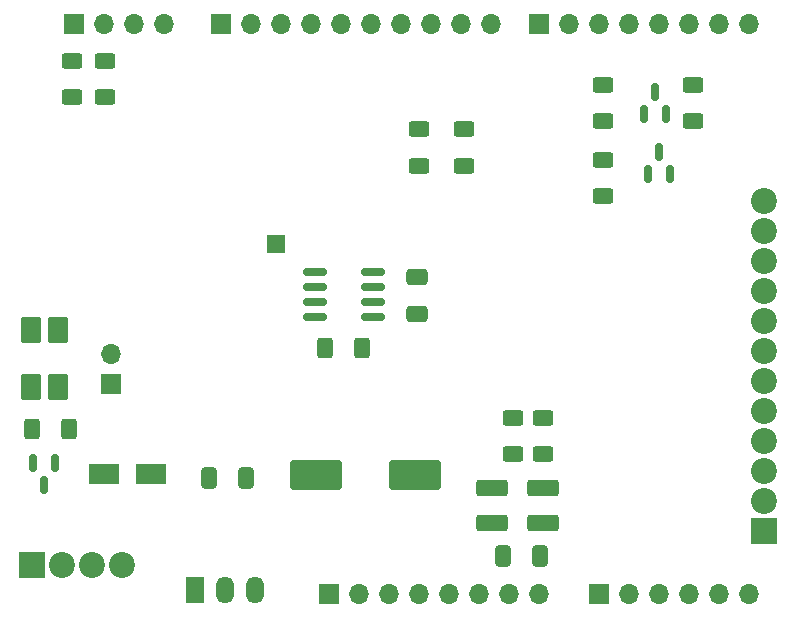
<source format=gts>
G04 #@! TF.GenerationSoftware,KiCad,Pcbnew,6.0.11-2627ca5db0~126~ubuntu22.04.1*
G04 #@! TF.CreationDate,2024-01-25T08:43:18+01:00*
G04 #@! TF.ProjectId,lmwb_ds18b20,6c6d7762-5f64-4733-9138-6232302e6b69,rev?*
G04 #@! TF.SameCoordinates,Original*
G04 #@! TF.FileFunction,Soldermask,Top*
G04 #@! TF.FilePolarity,Negative*
%FSLAX46Y46*%
G04 Gerber Fmt 4.6, Leading zero omitted, Abs format (unit mm)*
G04 Created by KiCad (PCBNEW 6.0.11-2627ca5db0~126~ubuntu22.04.1) date 2024-01-25 08:43:18*
%MOMM*%
%LPD*%
G01*
G04 APERTURE LIST*
G04 Aperture macros list*
%AMRoundRect*
0 Rectangle with rounded corners*
0 $1 Rounding radius*
0 $2 $3 $4 $5 $6 $7 $8 $9 X,Y pos of 4 corners*
0 Add a 4 corners polygon primitive as box body*
4,1,4,$2,$3,$4,$5,$6,$7,$8,$9,$2,$3,0*
0 Add four circle primitives for the rounded corners*
1,1,$1+$1,$2,$3*
1,1,$1+$1,$4,$5*
1,1,$1+$1,$6,$7*
1,1,$1+$1,$8,$9*
0 Add four rect primitives between the rounded corners*
20,1,$1+$1,$2,$3,$4,$5,0*
20,1,$1+$1,$4,$5,$6,$7,0*
20,1,$1+$1,$6,$7,$8,$9,0*
20,1,$1+$1,$8,$9,$2,$3,0*%
G04 Aperture macros list end*
%ADD10R,1.700000X1.700000*%
%ADD11O,1.700000X1.700000*%
%ADD12RoundRect,0.250000X0.625000X-0.400000X0.625000X0.400000X-0.625000X0.400000X-0.625000X-0.400000X0*%
%ADD13RoundRect,0.250001X-1.074999X0.462499X-1.074999X-0.462499X1.074999X-0.462499X1.074999X0.462499X0*%
%ADD14RoundRect,0.250000X-0.625000X0.400000X-0.625000X-0.400000X0.625000X-0.400000X0.625000X0.400000X0*%
%ADD15R,2.200000X2.200000*%
%ADD16C,2.200000*%
%ADD17RoundRect,0.150000X0.150000X-0.587500X0.150000X0.587500X-0.150000X0.587500X-0.150000X-0.587500X0*%
%ADD18R,2.500000X1.800000*%
%ADD19RoundRect,0.150000X0.825000X0.150000X-0.825000X0.150000X-0.825000X-0.150000X0.825000X-0.150000X0*%
%ADD20RoundRect,0.250000X-0.400000X-0.625000X0.400000X-0.625000X0.400000X0.625000X-0.400000X0.625000X0*%
%ADD21RoundRect,0.250000X0.650000X-0.412500X0.650000X0.412500X-0.650000X0.412500X-0.650000X-0.412500X0*%
%ADD22RoundRect,0.150000X-0.150000X0.587500X-0.150000X-0.587500X0.150000X-0.587500X0.150000X0.587500X0*%
%ADD23RoundRect,0.250000X0.412500X0.650000X-0.412500X0.650000X-0.412500X-0.650000X0.412500X-0.650000X0*%
%ADD24RoundRect,0.250000X-0.412500X-0.650000X0.412500X-0.650000X0.412500X0.650000X-0.412500X0.650000X0*%
%ADD25RoundRect,0.085500X0.769500X0.994500X-0.769500X0.994500X-0.769500X-0.994500X0.769500X-0.994500X0*%
%ADD26R,1.500000X2.300000*%
%ADD27O,1.500000X2.300000*%
%ADD28RoundRect,0.250000X0.400000X0.625000X-0.400000X0.625000X-0.400000X-0.625000X0.400000X-0.625000X0*%
%ADD29R,1.500000X1.500000*%
%ADD30RoundRect,0.250000X-1.950000X-1.000000X1.950000X-1.000000X1.950000X1.000000X-1.950000X1.000000X0*%
G04 APERTURE END LIST*
D10*
X127940000Y-97460000D03*
D11*
X130480000Y-97460000D03*
X133020000Y-97460000D03*
X135560000Y-97460000D03*
X138100000Y-97460000D03*
X140640000Y-97460000D03*
X143180000Y-97460000D03*
X145720000Y-97460000D03*
D10*
X150800000Y-97460000D03*
D11*
X153340000Y-97460000D03*
X155880000Y-97460000D03*
X158420000Y-97460000D03*
X160960000Y-97460000D03*
X163500000Y-97460000D03*
D10*
X118796000Y-49200000D03*
D11*
X121336000Y-49200000D03*
X123876000Y-49200000D03*
X126416000Y-49200000D03*
X128956000Y-49200000D03*
X131496000Y-49200000D03*
X134036000Y-49200000D03*
X136576000Y-49200000D03*
X139116000Y-49200000D03*
X141656000Y-49200000D03*
D10*
X145720000Y-49200000D03*
D11*
X148260000Y-49200000D03*
X150800000Y-49200000D03*
X153340000Y-49200000D03*
X155880000Y-49200000D03*
X158420000Y-49200000D03*
X160960000Y-49200000D03*
X163500000Y-49200000D03*
D10*
X106350000Y-49200000D03*
D11*
X108890000Y-49200000D03*
X111430000Y-49200000D03*
X113970000Y-49200000D03*
D12*
X146050000Y-85624000D03*
X146050000Y-82524000D03*
D13*
X146050000Y-88428500D03*
X146050000Y-91403500D03*
D14*
X135560000Y-58090001D03*
X135560000Y-61190001D03*
D12*
X143510000Y-85624000D03*
X143510000Y-82524000D03*
X106172000Y-55398000D03*
X106172000Y-52298000D03*
D15*
X102800000Y-95020000D03*
D16*
X105340000Y-95020000D03*
X107880000Y-95020000D03*
X110420000Y-95020000D03*
D17*
X154605000Y-56817500D03*
X156505000Y-56817500D03*
X155555000Y-54942500D03*
D10*
X109525000Y-79680000D03*
D11*
X109525000Y-77140000D03*
D18*
X112890000Y-87300000D03*
X108890000Y-87300000D03*
D19*
X131685000Y-73965000D03*
X131685000Y-72695000D03*
X131685000Y-71425000D03*
X131685000Y-70155000D03*
X126735000Y-70155000D03*
X126735000Y-71425000D03*
X126735000Y-72695000D03*
X126735000Y-73965000D03*
D12*
X151130000Y-57430000D03*
X151130000Y-54330000D03*
D17*
X154930000Y-61897500D03*
X156830000Y-61897500D03*
X155880000Y-60022500D03*
D14*
X139370000Y-58090001D03*
X139370000Y-61190001D03*
D20*
X127609000Y-76581000D03*
X130709000Y-76581000D03*
D21*
X135382000Y-73698500D03*
X135382000Y-70573500D03*
D15*
X164770000Y-92106000D03*
D16*
X164770000Y-89566000D03*
X164770000Y-87026000D03*
X164770000Y-84486000D03*
X164770000Y-81946000D03*
X164770000Y-79406000D03*
X164770000Y-76866000D03*
X164770000Y-74326000D03*
X164770000Y-71786000D03*
X164770000Y-69246000D03*
X164770000Y-66706000D03*
X164770000Y-64166000D03*
D13*
X141732000Y-88428500D03*
X141732000Y-91403500D03*
D22*
X104760000Y-86362500D03*
X102860000Y-86362500D03*
X103810000Y-88237500D03*
D14*
X158750000Y-54330000D03*
X158750000Y-57430000D03*
D23*
X145834500Y-94234000D03*
X142709500Y-94234000D03*
D24*
X117817500Y-87630000D03*
X120942500Y-87630000D03*
D25*
X105031000Y-79890000D03*
X105031000Y-75050000D03*
X102741000Y-75050000D03*
X102741000Y-79890000D03*
D26*
X116603000Y-97127500D03*
D27*
X119143000Y-97127500D03*
X121683000Y-97127500D03*
D12*
X108966000Y-55398000D03*
X108966000Y-52298000D03*
D28*
X105940001Y-83490000D03*
X102840001Y-83490000D03*
D29*
X123444000Y-67818000D03*
D14*
X151130000Y-60680000D03*
X151130000Y-63780000D03*
D30*
X126864000Y-87376000D03*
X135264000Y-87376000D03*
M02*

</source>
